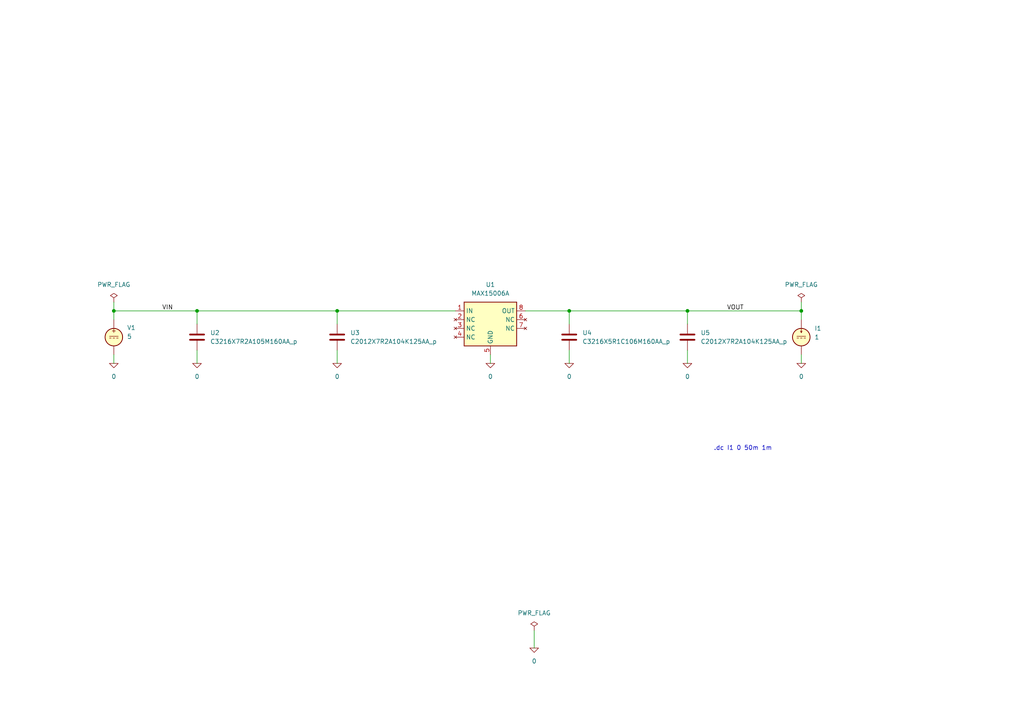
<source format=kicad_sch>
(kicad_sch (version 20211123) (generator eeschema)
  (paper "A4")
  (title_block (title "40V, Ultra-Low Quiescent-Current Linear Regulator") (date "2022-10-25") (rev "V1R1") (company "astroelectronic@") (comment 1 "PCB: Not avaliable") (comment 2 "Simulator: NGSpice") (comment 3 "Part: MAX15006A") (comment 4 "Description: Basic configuration"))
  (lib_symbols
    (symbol "AE01005024:MAX15006A"
      (property "Reference" "U" (at -6.35 6.35 0))
      (property "Value" "MAX15006A" (at 2.54 6.35 0))
      (symbol "MAX15006A_0_0"
        (pin no_connect line (at 10.16 0 180) (length 2.54) (name "NC") (number "6"))
        (pin no_connect line (at 10.16 -2.54 180) (length 2.54) (name "NC") (number "7"))
        (pin passive line (at 10.16 2.54 180) (length 2.54) (name "OUT") (number "8"))
      )
      (symbol "MAX15006A_1_1"
        (rectangle (start -7.62 5.08) (end 7.62 -7.62) (stroke (width 0.254)) (fill (type background)))
        (pin passive line (at -10.16 2.54 0) (length 2.54) (name "IN") (number "1"))
        (pin no_connect line (at -10.16 0 0) (length 2.54) (name "NC") (number "2"))
        (pin no_connect line (at -10.16 -2.54 0) (length 2.54) (name "NC") (number "3"))
        (pin no_connect line (at -10.16 -5.08 0) (length 2.54) (name "NC") (number "4"))
        (pin passive line (at 0 -10.16 90) (length 2.54) (name "GND") (number "5"))
      )
    )
    (symbol "Device:C" (pin_numbers hide) (pin_names (offset 0.254))
      (property "Reference" "C" (at 0.635 2.54 0))
      (property "Value" "C" (at 0.635 -2.54 0))
      (symbol "C_0_1"
        (polyline (pts (xy -2.032 -0.762) (xy 2.032 -0.762)) (stroke (width 0.508)))
        (polyline (pts (xy -2.032 0.762) (xy 2.032 0.762)) (stroke (width 0.508)))
      )
      (symbol "C_1_1"
        (pin passive line (at 0 3.81 270) (length 2.794) (name "~") (number "1"))
        (pin passive line (at 0 -3.81 90) (length 2.794) (name "~") (number "2"))
      )
    )
    (symbol "Simulation_SPICE:IDC" (pin_numbers hide) (pin_names (offset 0.0254))
      (property "Reference" "I" (at 2.54 2.54 0))
      (property "Value" "IDC" (at 2.54 0 0))
      (property "Spice_Model" "dc(1)" (at 2.54 -2.54 0))
      (symbol "IDC_0_0"
        (polyline (pts (xy -1.27 0.254) (xy 1.27 0.254)))
        (polyline (pts (xy -0.762 -0.254) (xy -1.27 -0.254)))
        (polyline (pts (xy 0.254 -0.254) (xy -0.254 -0.254)))
        (polyline (pts (xy 1.27 -0.254) (xy 0.762 -0.254)))
      )
      (symbol "IDC_0_1"
        (polyline (pts (xy 0 1.27) (xy 0 2.286)))
        (polyline (pts (xy -0.254 1.778) (xy 0 1.27) (xy 0.254 1.778)))
        (circle (center 0 0) (radius 2.54) (stroke (width 0.254)) (fill (type background)))
      )
      (symbol "IDC_1_1"
        (pin passive line (at 0 5.08 270) (length 2.54) (name "~") (number "1"))
        (pin passive line (at 0 -5.08 90) (length 2.54) (name "~") (number "2"))
      )
    )
    (symbol "Simulation_SPICE:VDC" (pin_numbers hide) (pin_names (offset 0.0254))
      (property "Reference" "V" (at 2.54 2.54 0))
      (property "Value" "VDC" (at 2.54 0 0))
      (property "Spice_Model" "dc(1)" (at 2.54 -2.54 0))
      (symbol "VDC_0_0"
        (polyline (pts (xy -1.27 0.254) (xy 1.27 0.254)))
        (polyline (pts (xy -0.762 -0.254) (xy -1.27 -0.254)))
        (polyline (pts (xy 0.254 -0.254) (xy -0.254 -0.254)))
        (polyline (pts (xy 1.27 -0.254) (xy 0.762 -0.254)))
        (text "+" (at 0 1.905 0) (effects (font (size 1.27 1.27))))
      )
      (symbol "VDC_0_1"
        (circle (center 0 0) (radius 2.54) (stroke (width 0.254)) (fill (type background)))
      )
      (symbol "VDC_1_1"
        (pin passive line (at 0 5.08 270) (length 2.54) (name "~") (number "1"))
        (pin passive line (at 0 -5.08 90) (length 2.54) (name "~") (number "2"))
      )
    )
    (symbol "power:PWR_FLAG" (power) (pin_numbers hide) (pin_names (offset 0) hide)
      (property "Value" "PWR_FLAG" (at 0 3.81 0))
      (symbol "PWR_FLAG_0_0"
        (pin power_out line (at 0 0 90) (length 0) (name "pwr") (number "1"))
      )
      (symbol "PWR_FLAG_0_1"
        (polyline (pts (xy 0 0) (xy 0 1.27) (xy -1.016 1.905) (xy 0 2.54) (xy 1.016 1.905) (xy 0 1.27)))
      )
    )
    (symbol "pspice:0" (power) (pin_names (offset 0))
      (property "Value" "0" (at 0 -1.778 0))
      (symbol "0_0_1"
        (polyline (pts (xy -1.27 0) (xy 0 -1.27) (xy 1.27 0) (xy -1.27 0)))
      )
      (symbol "0_1_1"
        (pin power_in line (at 0 0 0) (length 0) hide (name "0") (number "1"))
      )
    )
  )
  (junction (at 33.02 90.17))
  (junction (at 165.1 90.17))
  (junction (at 199.39 90.17))
  (junction (at 232.41 90.17))
  (junction (at 97.79 90.17))
  (junction (at 57.15 90.17))
  (wire (pts (xy 33.02 102.87) (xy 33.02 105.41)))
  (wire (pts (xy 165.1 101.6) (xy 165.1 105.41)))
  (wire (pts (xy 57.15 101.6) (xy 57.15 105.41)))
  (wire (pts (xy 165.1 90.17) (xy 152.4 90.17)))
  (wire (pts (xy 57.15 90.17) (xy 97.79 90.17)))
  (wire (pts (xy 232.41 90.17) (xy 199.39 90.17)))
  (wire (pts (xy 142.24 102.87) (xy 142.24 105.41)))
  (wire (pts (xy 232.41 102.87) (xy 232.41 105.41)))
  (wire (pts (xy 199.39 101.6) (xy 199.39 105.41)))
  (wire (pts (xy 33.02 90.17) (xy 57.15 90.17)))
  (wire (pts (xy 199.39 93.98) (xy 199.39 90.17)))
  (wire (pts (xy 33.02 87.63) (xy 33.02 90.17)))
  (wire (pts (xy 97.79 101.6) (xy 97.79 105.41)))
  (wire (pts (xy 199.39 90.17) (xy 165.1 90.17)))
  (wire (pts (xy 154.94 182.88) (xy 154.94 187.96)))
  (wire (pts (xy 232.41 92.71) (xy 232.41 90.17)))
  (wire (pts (xy 232.41 87.63) (xy 232.41 90.17)))
  (wire (pts (xy 97.79 93.98) (xy 97.79 90.17)))
  (wire (pts (xy 165.1 93.98) (xy 165.1 90.17)))
  (wire (pts (xy 33.02 92.71) (xy 33.02 90.17)))
  (wire (pts (xy 97.79 90.17) (xy 132.08 90.17)))
  (wire (pts (xy 57.15 93.98) (xy 57.15 90.17)))
  (text ".dc I1 0 50m 1m" (at 207.01 130.81 0) (effects (font (size 1.27 1.27)) (justify left bottom)))
  (label "VIN" (at 46.99 90.17 0))
  (label "VOUT" (at 210.82 90.17 0))
  (symbol (lib_id "AE01005024:MAX15006A") (at 142.24 92.71 0) (unit 1)
    (property "Reference" "U1" (at 142.24 82.55 0))
    (property "Value" "MAX15006A" (at 142.24 85.09 0))
    (property "Datasheet" "https://datasheets.maximintegrated.com/en/ds/MAX15006-MAX15007.pdf" (effects hide))
    (property "Spice_Primitive" "X" (effects hide))
    (property "Spice_Model" "MAX15006A" (effects hide))
    (property "Spice_Netlist_Enabled" "Y" (effects hide))
    (property "Spice_Lib_File" "../models/MAX15006A.lib" (effects hide))
  )
  (symbol (lib_id "power:PWR_FLAG") (at 33.02 87.63 0) (unit 1)
    (property "Reference" "#FLG01" (effects hide))
    (property "Value" "PWR_FLAG" (at 33.02 82.55 0))
  )
  (symbol (lib_id "Device:C") (at 57.15 97.79 0) (unit 1)
    (property "Reference" "U2" (at 60.96 96.5199 0) (effects (justify left)))
    (property "Value" "C3216X7R2A105M160AA_p" (at 60.96 99.0599 0) (effects (justify left)))
    (property "Spice_Primitive" "X" (effects hide))
    (property "Spice_Model" "C3216X7R2A105M160AA_p" (effects hide))
    (property "Spice_Netlist_Enabled" "Y" (effects hide))
    (property "Spice_Lib_File" "../models/C3216X7R2A105M160AA_p.mod" (effects hide))
  )
  (symbol (lib_id "Device:C") (at 97.79 97.79 0) (unit 1)
    (property "Reference" "U3" (at 101.6 96.5199 0) (effects (justify left)))
    (property "Value" "C2012X7R2A104K125AA_p" (at 101.6 99.0599 0) (effects (justify left)))
    (property "Spice_Primitive" "X" (effects hide))
    (property "Spice_Model" "C2012X7R2A104K125AA_p" (effects hide))
    (property "Spice_Netlist_Enabled" "Y" (effects hide))
    (property "Spice_Lib_File" "../models/C2012X7R2A104K125AA_p.mod" (effects hide))
  )
  (symbol (lib_id "power:PWR_FLAG") (at 154.94 182.88 0) (unit 1)
    (property "Reference" "#FLG02" (effects hide))
    (property "Value" "PWR_FLAG" (at 154.94 177.8 0))
  )
  (symbol (lib_id "Simulation_SPICE:IDC") (at 232.41 97.79 0) (unit 1)
    (property "Reference" "I1" (at 236.22 95.2499 0) (effects (justify left)))
    (property "Value" "IDC" (at 236.22 97.7899 0) (effects (justify left)))
    (property "Spice_Netlist_Enabled" "Y" (effects hide))
    (property "Spice_Primitive" "I" (effects hide))
    (property "Spice_Model" "dc(1)" (at 236.22 100.3299 0) (effects (justify left)))
  )
  (symbol (lib_id "pspice:0") (at 232.41 105.41 0) (unit 1)
    (property "Reference" "#GND08" (effects hide))
    (property "Value" "0" (at 232.41 109.22 0))
  )
  (symbol (lib_id "pspice:0") (at 165.1 105.41 0) (unit 1)
    (property "Reference" "#GND06" (effects hide))
    (property "Value" "0" (at 165.1 109.22 0))
  )
  (symbol (lib_id "pspice:0") (at 154.94 187.96 0) (unit 1)
    (property "Reference" "#GND05" (effects hide))
    (property "Value" "0" (at 154.94 191.77 0))
  )
  (symbol (lib_id "power:PWR_FLAG") (at 232.41 87.63 0) (unit 1)
    (property "Reference" "#FLG03" (effects hide))
    (property "Value" "PWR_FLAG" (at 232.41 82.55 0))
  )
  (symbol (lib_id "Device:C") (at 165.1 97.79 0) (unit 1)
    (property "Reference" "U4" (at 168.91 96.5199 0) (effects (justify left)))
    (property "Value" "C3216X5R1C106M160AA_p" (at 168.91 99.0599 0) (effects (justify left)))
    (property "Spice_Primitive" "X" (effects hide))
    (property "Spice_Model" "C3216X5R1C106M160AA_p" (effects hide))
    (property "Spice_Netlist_Enabled" "Y" (effects hide))
    (property "Spice_Lib_File" "../models/C3216X5R1C106M160AA_p.mod" (effects hide))
  )
  (symbol (lib_id "pspice:0") (at 33.02 105.41 0) (unit 1)
    (property "Reference" "#GND01" (effects hide))
    (property "Value" "0" (at 33.02 109.22 0))
  )
  (symbol (lib_id "pspice:0") (at 57.15 105.41 0) (unit 1)
    (property "Reference" "#GND02" (effects hide))
    (property "Value" "0" (at 57.15 109.22 0))
  )
  (symbol (lib_id "Device:C") (at 199.39 97.79 0) (unit 1)
    (property "Reference" "U5" (at 203.2 96.5199 0) (effects (justify left)))
    (property "Value" "C2012X7R2A104K125AA_p" (at 203.2 99.0599 0) (effects (justify left)))
    (property "Spice_Primitive" "X" (effects hide))
    (property "Spice_Model" "C2012X7R2A104K125AA_p" (effects hide))
    (property "Spice_Netlist_Enabled" "Y" (effects hide))
    (property "Spice_Lib_File" "../models/C2012X7R2A104K125AA_p.mod" (effects hide))
  )
  (symbol (lib_id "Simulation_SPICE:VDC") (at 33.02 97.79 0) (unit 1)
    (property "Reference" "V1" (at 36.83 95.0601 0) (effects (justify left)))
    (property "Value" "VDC" (at 36.83 97.6001 0) (effects (justify left)))
    (property "Spice_Netlist_Enabled" "Y" (effects hide))
    (property "Spice_Primitive" "V" (effects hide))
    (property "Spice_Model" "dc 5" (at 36.83 100.1401 0) (effects (justify left)))
  )
  (symbol (lib_id "pspice:0") (at 142.24 105.41 0) (unit 1)
    (property "Reference" "#GND04" (effects hide))
    (property "Value" "0" (at 142.24 109.22 0))
  )
  (symbol (lib_id "pspice:0") (at 97.79 105.41 0) (unit 1)
    (property "Reference" "#GND03" (effects hide))
    (property "Value" "0" (at 97.79 109.22 0))
  )
  (symbol (lib_id "pspice:0") (at 199.39 105.41 0) (unit 1)
    (property "Reference" "#GND07" (effects hide))
    (property "Value" "0" (at 199.39 109.22 0))
  )
)
</source>
